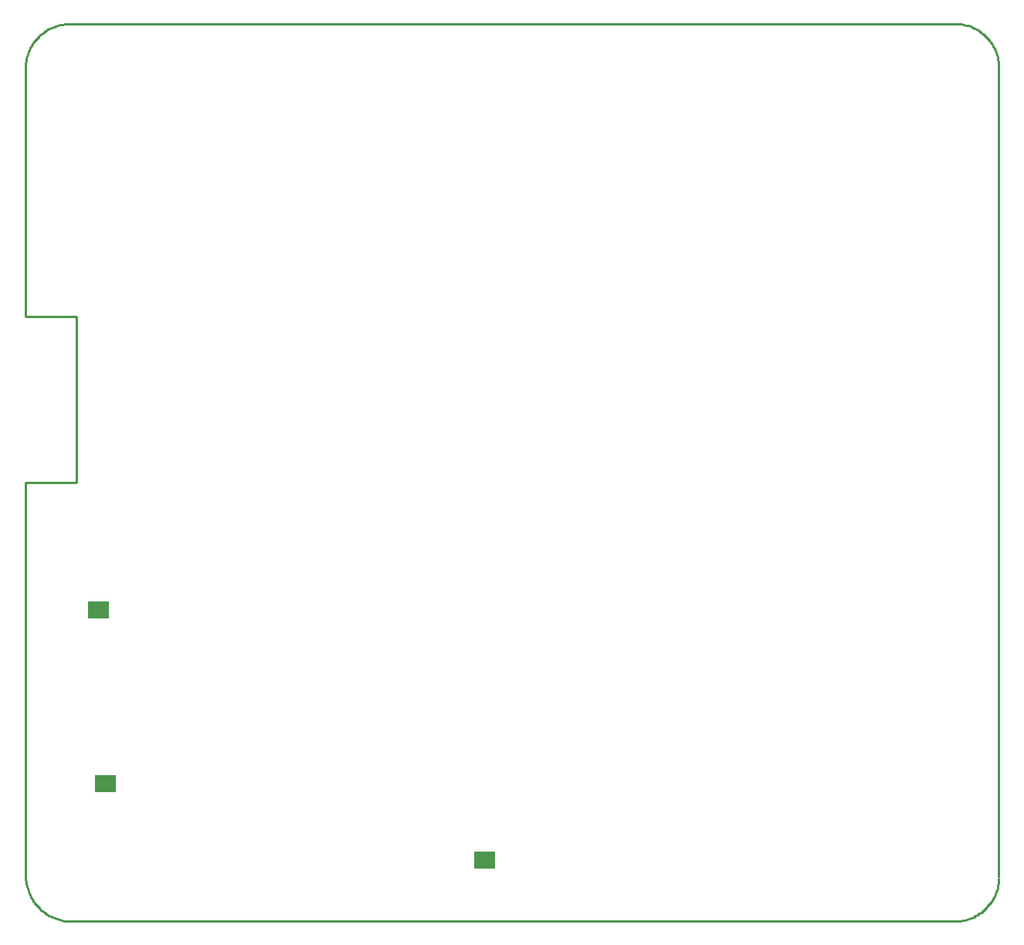
<source format=gko>
G04*
G04 #@! TF.GenerationSoftware,Altium Limited,Altium Designer,21.6.4 (81)*
G04*
G04 Layer_Color=16711935*
%FSLAX25Y25*%
%MOIN*%
G70*
G04*
G04 #@! TF.SameCoordinates,2A81184C-DEB4-4CFB-8C3F-066722EA72C9*
G04*
G04*
G04 #@! TF.FilePolarity,Positive*
G04*
G01*
G75*
%ADD11C,0.01000*%
G36*
X35937Y130760D02*
X26882D01*
Y138240D01*
X35937D01*
Y130760D01*
D02*
G37*
G36*
X38937Y55760D02*
X29882D01*
Y63240D01*
X38937D01*
Y55760D01*
D02*
G37*
G36*
X202618Y22760D02*
X193563D01*
Y30240D01*
X202618D01*
Y22760D01*
D02*
G37*
D11*
X420000Y368000D02*
X420013Y369016D01*
X419971Y370032D01*
X419874Y371043D01*
X419723Y372048D01*
X419517Y373043D01*
X419258Y374026D01*
X418946Y374993D01*
X418582Y375942D01*
X418167Y376870D01*
X417703Y377774D01*
X417190Y378651D01*
X416631Y379500D01*
X416026Y380317D01*
X415378Y381100D01*
X414689Y381847D01*
X413960Y382555D01*
X413194Y383223D01*
X412393Y383848D01*
X411559Y384429D01*
X410695Y384965D01*
X409804Y385452D01*
X408887Y385891D01*
X407948Y386279D01*
X406989Y386616D01*
X406013Y386900D01*
X405023Y387132D01*
X404023Y387309D01*
X403014Y387432D01*
X402000Y387500D01*
X400513Y-13D02*
X401508Y-13D01*
X402501Y40D01*
X403491Y144D01*
X404473Y301D01*
X405447Y508D01*
X406408Y766D01*
X407354Y1074D01*
X408283Y1431D01*
X409192Y1836D01*
X410078Y2289D01*
X410939Y2787D01*
X411774Y3329D01*
X412578Y3915D01*
X413351Y4541D01*
X414090Y5207D01*
X414794Y5911D01*
X415459Y6651D01*
X416085Y7425D01*
X416669Y8230D01*
X417211Y9065D01*
X417708Y9927D01*
X418159Y10814D01*
X418564Y11723D01*
X418920Y12652D01*
X419227Y13599D01*
X419484Y14560D01*
X419690Y15534D01*
X419845Y16517D01*
X419948Y17506D01*
X420000Y18500D01*
X19000Y387500D02*
X18006Y387474D01*
X17014Y387396D01*
X16028Y387266D01*
X15050Y387085D01*
X14082Y386853D01*
X13129Y386570D01*
X12191Y386238D01*
X11272Y385857D01*
X10374Y385429D01*
X9500Y384955D01*
X8652Y384435D01*
X7832Y383871D01*
X7043Y383266D01*
X6286Y382620D01*
X5565Y381935D01*
X4880Y381213D01*
X4234Y380457D01*
X3629Y379668D01*
X3065Y378848D01*
X2545Y378000D01*
X2071Y377126D01*
X1643Y376228D01*
X1262Y375309D01*
X930Y374371D01*
X647Y373418D01*
X415Y372450D01*
X234Y371472D01*
X104Y370486D01*
X26Y369494D01*
X0Y368500D01*
Y20000D02*
X13Y18999D01*
X76Y18001D01*
X190Y17006D01*
X354Y16019D01*
X568Y15042D01*
X831Y14076D01*
X1143Y13125D01*
X1502Y12191D01*
X1908Y11277D01*
X2360Y10384D01*
X2857Y9515D01*
X3397Y8673D01*
X3979Y7859D01*
X4602Y7075D01*
X5263Y6324D01*
X5962Y5608D01*
X6696Y4927D01*
X7463Y4285D01*
X8262Y3683D01*
X9091Y3122D01*
X9947Y2603D01*
X10828Y2128D01*
X11732Y1699D01*
X12656Y1316D01*
X13599Y981D01*
X14558Y693D01*
X15529Y455D01*
X16512Y266D01*
X17503Y127D01*
X18500Y38D01*
X19500Y-0D01*
X420000Y368500D02*
X420000Y19000D01*
X19500Y0D02*
X401500D01*
X0Y261156D02*
Y368500D01*
Y20000D02*
Y189500D01*
X22000D01*
Y261000D01*
X156D02*
X22000D01*
X19000Y387500D02*
X402000Y387500D01*
M02*

</source>
